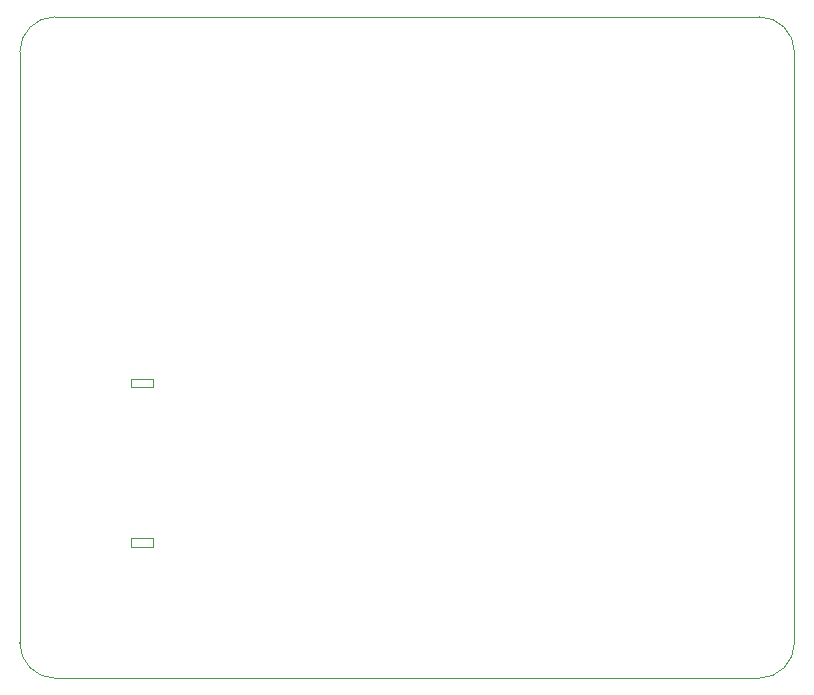
<source format=gm1>
G04 #@! TF.GenerationSoftware,KiCad,Pcbnew,(5.1.10)-1*
G04 #@! TF.CreationDate,2021-06-06T14:26:22+02:00*
G04 #@! TF.ProjectId,ww2020,77773230-3230-42e6-9b69-6361645f7063,rev?*
G04 #@! TF.SameCoordinates,Original*
G04 #@! TF.FileFunction,Profile,NP*
%FSLAX46Y46*%
G04 Gerber Fmt 4.6, Leading zero omitted, Abs format (unit mm)*
G04 Created by KiCad (PCBNEW (5.1.10)-1) date 2021-06-06 14:26:22*
%MOMM*%
%LPD*%
G01*
G04 APERTURE LIST*
G04 #@! TA.AperFunction,Profile*
%ADD10C,0.050000*%
G04 #@! TD*
G04 APERTURE END LIST*
D10*
X162600000Y-44000000D02*
X103000000Y-44000000D01*
X162600000Y-100000000D02*
X103000000Y-100000000D01*
X162600000Y-100000000D02*
G75*
G03*
X165600000Y-97000000I0J3000000D01*
G01*
X165600000Y-47000000D02*
G75*
G03*
X162600000Y-44000000I-3000000J0D01*
G01*
X165600000Y-97000000D02*
X165600000Y-47000000D01*
X100000000Y-47000000D02*
X100000000Y-97000000D01*
X100000000Y-97000000D02*
G75*
G03*
X103000000Y-100000000I3000000J0D01*
G01*
X103000000Y-44000000D02*
G75*
G03*
X100000000Y-47000000I0J-3000000D01*
G01*
X109450000Y-88864001D02*
X109450000Y-88164001D01*
X109450000Y-88164001D02*
X111250000Y-88164001D01*
X111250000Y-88164001D02*
X111250000Y-88864001D01*
X111250000Y-88864001D02*
X109450000Y-88864001D01*
X109450000Y-75364001D02*
X109450000Y-74664001D01*
X109450000Y-74664001D02*
X111250000Y-74664001D01*
X111250000Y-74664001D02*
X111250000Y-75364001D01*
X111250000Y-75364001D02*
X109450000Y-75364001D01*
M02*

</source>
